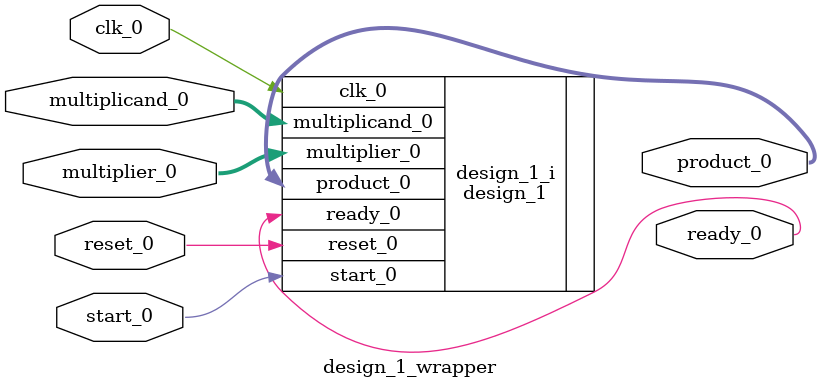
<source format=v>
`timescale 1 ps / 1 ps

module design_1_wrapper
   (clk_0,
    multiplicand_0,
    multiplier_0,
    product_0,
    ready_0,
    reset_0,
    start_0);
  input clk_0;
  input [31:0]multiplicand_0;
  input [31:0]multiplier_0;
  output [31:0]product_0;
  output ready_0;
  input reset_0;
  input start_0;

  wire clk_0;
  wire [31:0]multiplicand_0;
  wire [31:0]multiplier_0;
  wire [31:0]product_0;
  wire ready_0;
  wire reset_0;
  wire start_0;

  design_1 design_1_i
       (.clk_0(clk_0),
        .multiplicand_0(multiplicand_0),
        .multiplier_0(multiplier_0),
        .product_0(product_0),
        .ready_0(ready_0),
        .reset_0(reset_0),
        .start_0(start_0));
endmodule

</source>
